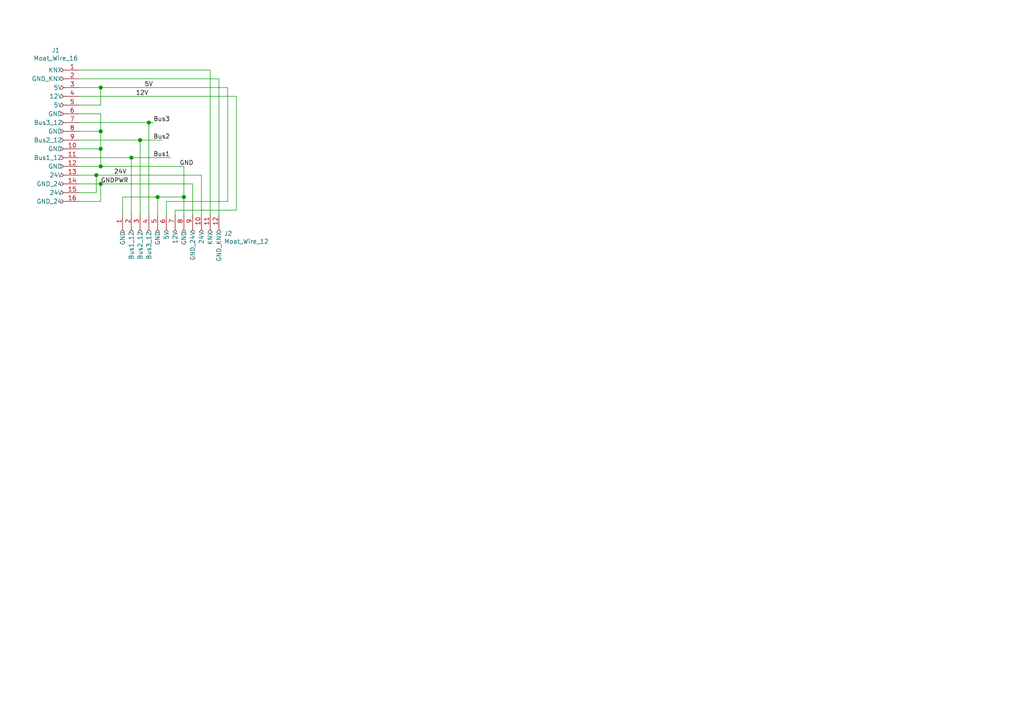
<source format=kicad_sch>
(kicad_sch (version 20211123) (generator eeschema)
  (paper "A4")
  (lib_symbols
    (symbol "local:Moat_Wire_12" (pin_names (offset 1.016))
      (property "Reference" "J" (at 0 20.32 0))
      (property "Value" "Moat_Wire_12" (at -3.81 -7.62 0))
      (symbol "Moat_Wire_12_1_1"
        (arc (start 0 -4.572) (mid -0.508 -5.08) (end 0 -5.588) (stroke (width 0.1524)))
        (arc (start 0 -2.032) (mid -0.508 -2.54) (end 0 -3.048) (stroke (width 0.1524)))
        (polyline (pts (xy -1.27 -5.08) (xy -0.508 -5.08)) (stroke (width 0.1524)))
        (polyline (pts (xy -1.27 -2.54) (xy -0.508 -2.54)) (stroke (width 0.1524)))
        (polyline (pts (xy -1.27 0) (xy -0.508 0)) (stroke (width 0.1524)))
        (polyline (pts (xy -1.27 2.54) (xy -0.508 2.54)) (stroke (width 0.1524)))
        (polyline (pts (xy -1.27 5.08) (xy -0.508 5.08)) (stroke (width 0.1524)))
        (polyline (pts (xy -1.27 7.62) (xy -0.508 7.62)) (stroke (width 0.1524)))
        (polyline (pts (xy -1.27 10.16) (xy -0.508 10.16)) (stroke (width 0.1524)))
        (polyline (pts (xy -1.27 12.7) (xy -0.508 12.7)) (stroke (width 0.1524)))
        (polyline (pts (xy -1.27 15.24) (xy -0.508 15.24)) (stroke (width 0.1524)))
        (polyline (pts (xy -1.27 17.78) (xy -0.508 17.78)) (stroke (width 0.1524)))
        (polyline (pts (xy -1.27 20.32) (xy -0.508 20.32)) (stroke (width 0.1524)))
        (polyline (pts (xy -1.27 22.86) (xy -0.508 22.86)) (stroke (width 0.1524)))
        (arc (start 0 0.508) (mid -0.508 0) (end 0 -0.508) (stroke (width 0.1524)))
        (arc (start 0 3.048) (mid -0.508 2.54) (end 0 2.032) (stroke (width 0.1524)))
        (arc (start 0 5.588) (mid -0.508 5.08) (end 0 4.572) (stroke (width 0.1524)))
        (arc (start 0 8.128) (mid -0.508 7.62) (end 0 7.112) (stroke (width 0.1524)))
        (arc (start 0 10.668) (mid -0.508 10.16) (end 0 9.652) (stroke (width 0.1524)))
        (arc (start 0 13.208) (mid -0.508 12.7) (end 0 12.192) (stroke (width 0.1524)))
        (arc (start 0 15.748) (mid -0.508 15.24) (end 0 14.732) (stroke (width 0.1524)))
        (arc (start 0 18.288) (mid -0.508 17.78) (end 0 17.272) (stroke (width 0.1524)))
        (arc (start 0 20.828) (mid -0.508 20.32) (end 0 19.812) (stroke (width 0.1524)))
        (arc (start 0 23.368) (mid -0.508 22.86) (end 0 22.352) (stroke (width 0.1524)))
        (pin power_out line (at -5.08 22.86 0) (length 3.81) (name "GND") (number "1"))
        (pin power_out line (at -5.08 0 0) (length 3.81) (name "24V") (number "10"))
        (pin power_out line (at -5.08 -2.54 0) (length 3.81) (name "KNX") (number "11"))
        (pin power_out line (at -5.08 -5.08 0) (length 3.81) (name "GND_KNX") (number "12"))
        (pin bidirectional line (at -5.08 20.32 0) (length 3.81) (name "Bus1_12") (number "2"))
        (pin bidirectional line (at -5.08 17.78 0) (length 3.81) (name "Bus2_12") (number "3"))
        (pin bidirectional line (at -5.08 15.24 0) (length 3.81) (name "Bus3_12") (number "4"))
        (pin power_out line (at -5.08 12.7 0) (length 3.81) (name "GND") (number "5"))
        (pin power_out line (at -5.08 10.16 0) (length 3.81) (name "5V") (number "6"))
        (pin power_out line (at -5.08 7.62 0) (length 3.81) (name "12V") (number "7"))
        (pin power_out line (at -5.08 5.08 0) (length 3.81) (name "GND") (number "8"))
        (pin power_out line (at -5.08 2.54 0) (length 3.81) (name "GND_24V") (number "9"))
      )
    )
    (symbol "local:Moat_Wire_16" (pin_names (offset 1.016))
      (property "Reference" "J" (at 0 20.32 0))
      (property "Value" "Moat_Wire_16" (at 0 -22.86 0))
      (symbol "Moat_Wire_16_1_1"
        (arc (start 0 -19.812) (mid -0.508 -20.32) (end 0 -20.828) (stroke (width 0.1524)))
        (arc (start 0 -17.272) (mid -0.508 -17.78) (end 0 -18.288) (stroke (width 0.1524)))
        (arc (start 0 -14.732) (mid -0.508 -15.24) (end 0 -15.748) (stroke (width 0.1524)))
        (arc (start 0 -12.192) (mid -0.508 -12.7) (end 0 -13.208) (stroke (width 0.1524)))
        (arc (start 0 -9.652) (mid -0.508 -10.16) (end 0 -10.668) (stroke (width 0.1524)))
        (arc (start 0 -7.112) (mid -0.508 -7.62) (end 0 -8.128) (stroke (width 0.1524)))
        (arc (start 0 -4.572) (mid -0.508 -5.08) (end 0 -5.588) (stroke (width 0.1524)))
        (arc (start 0 -2.032) (mid -0.508 -2.54) (end 0 -3.048) (stroke (width 0.1524)))
        (polyline (pts (xy -1.27 -20.32) (xy -0.508 -20.32)) (stroke (width 0.1524)))
        (polyline (pts (xy -1.27 -17.78) (xy -0.508 -17.78)) (stroke (width 0.1524)))
        (polyline (pts (xy -1.27 -15.24) (xy -0.508 -15.24)) (stroke (width 0.1524)))
        (polyline (pts (xy -1.27 -12.7) (xy -0.508 -12.7)) (stroke (width 0.1524)))
        (polyline (pts (xy -1.27 -10.16) (xy -0.508 -10.16)) (stroke (width 0.1524)))
        (polyline (pts (xy -1.27 -7.62) (xy -0.508 -7.62)) (stroke (width 0.1524)))
        (polyline (pts (xy -1.27 -5.08) (xy -0.508 -5.08)) (stroke (width 0.1524)))
        (polyline (pts (xy -1.27 -2.54) (xy -0.508 -2.54)) (stroke (width 0.1524)))
        (polyline (pts (xy -1.27 0) (xy -0.508 0)) (stroke (width 0.1524)))
        (polyline (pts (xy -1.27 2.54) (xy -0.508 2.54)) (stroke (width 0.1524)))
        (polyline (pts (xy -1.27 5.08) (xy -0.508 5.08)) (stroke (width 0.1524)))
        (polyline (pts (xy -1.27 7.62) (xy -0.508 7.62)) (stroke (width 0.1524)))
        (polyline (pts (xy -1.27 10.16) (xy -0.508 10.16)) (stroke (width 0.1524)))
        (polyline (pts (xy -1.27 12.7) (xy -0.508 12.7)) (stroke (width 0.1524)))
        (polyline (pts (xy -1.27 15.24) (xy -0.508 15.24)) (stroke (width 0.1524)))
        (polyline (pts (xy -1.27 17.78) (xy -0.508 17.78)) (stroke (width 0.1524)))
        (arc (start 0 0.508) (mid -0.508 0) (end 0 -0.508) (stroke (width 0.1524)))
        (arc (start 0 3.048) (mid -0.508 2.54) (end 0 2.032) (stroke (width 0.1524)))
        (arc (start 0 5.588) (mid -0.508 5.08) (end 0 4.572) (stroke (width 0.1524)))
        (arc (start 0 8.128) (mid -0.508 7.62) (end 0 7.112) (stroke (width 0.1524)))
        (arc (start 0 10.668) (mid -0.508 10.16) (end 0 9.652) (stroke (width 0.1524)))
        (arc (start 0 13.208) (mid -0.508 12.7) (end 0 12.192) (stroke (width 0.1524)))
        (arc (start 0 15.748) (mid -0.508 15.24) (end 0 14.732) (stroke (width 0.1524)))
        (arc (start 0 18.288) (mid -0.508 17.78) (end 0 17.272) (stroke (width 0.1524)))
        (pin passive line (at -5.08 17.78 0) (length 3.81) (name "KNX") (number "1"))
        (pin power_in line (at -5.08 -5.08 0) (length 3.81) (name "GND") (number "10"))
        (pin bidirectional line (at -5.08 -7.62 0) (length 3.81) (name "Bus1_12") (number "11"))
        (pin bidirectional line (at -5.08 -10.16 0) (length 3.81) (name "GND") (number "12"))
        (pin power_in line (at -5.08 -12.7 0) (length 3.81) (name "24V") (number "13"))
        (pin power_in line (at -5.08 -15.24 0) (length 3.81) (name "GND_24") (number "14"))
        (pin power_in line (at -5.08 -17.78 0) (length 3.81) (name "24V") (number "15"))
        (pin power_in line (at -5.08 -20.32 0) (length 3.81) (name "GND_24") (number "16"))
        (pin power_in line (at -5.08 15.24 0) (length 3.81) (name "GND_KNX") (number "2"))
        (pin power_in line (at -5.08 12.7 0) (length 3.81) (name "5V") (number "3"))
        (pin power_in line (at -5.08 10.16 0) (length 3.81) (name "12V") (number "4"))
        (pin power_in line (at -5.08 7.62 0) (length 3.81) (name "5V") (number "5"))
        (pin power_in line (at -5.08 5.08 0) (length 3.81) (name "GND") (number "6"))
        (pin bidirectional line (at -5.08 2.54 0) (length 3.81) (name "Bus3_12") (number "7"))
        (pin power_in line (at -5.08 0 0) (length 3.81) (name "GND") (number "8"))
        (pin bidirectional line (at -5.08 -2.54 0) (length 3.81) (name "Bus2_12") (number "9"))
      )
    )
  )
  (junction (at 45.72 57.15) (diameter 1.016))
  (junction (at 29.21 43.18) (diameter 1.016))
  (junction (at 27.94 50.8) (diameter 1.016))
  (junction (at 29.21 38.1) (diameter 1.016))
  (junction (at 53.34 57.15) (diameter 1.016))
  (junction (at 40.64 40.64) (diameter 1.016))
  (junction (at 29.21 25.4) (diameter 1.016))
  (junction (at 38.1 45.72) (diameter 1.016))
  (junction (at 43.18 35.56) (diameter 1.016))
  (junction (at 29.21 53.34) (diameter 1.016))
  (junction (at 29.21 48.26) (diameter 1.016))
  (wire (pts (xy 29.21 25.4) (xy 66.04 25.4)))
  (wire (pts (xy 38.1 45.72) (xy 22.86 45.72)))
  (wire (pts (xy 22.86 53.34) (xy 29.21 53.34)))
  (wire (pts (xy 29.21 48.26) (xy 29.21 43.18)))
  (wire (pts (xy 22.86 43.18) (xy 29.21 43.18)))
  (wire (pts (xy 22.86 55.88) (xy 27.94 55.88)))
  (wire (pts (xy 40.64 40.64) (xy 40.64 62.23)))
  (wire (pts (xy 35.56 57.15) (xy 45.72 57.15)))
  (wire (pts (xy 46.99 40.64) (xy 40.64 40.64)))
  (wire (pts (xy 29.21 48.26) (xy 53.34 48.26)))
  (wire (pts (xy 29.21 58.42) (xy 29.21 53.34)))
  (wire (pts (xy 68.58 60.96) (xy 50.8 60.96)))
  (wire (pts (xy 48.26 62.23) (xy 48.26 58.42)))
  (wire (pts (xy 53.34 62.23) (xy 53.34 57.15)))
  (wire (pts (xy 45.72 62.23) (xy 45.72 57.15)))
  (wire (pts (xy 38.1 62.23) (xy 38.1 45.72)))
  (wire (pts (xy 44.45 35.56) (xy 43.18 35.56)))
  (wire (pts (xy 35.56 62.23) (xy 35.56 57.15)))
  (wire (pts (xy 22.86 20.32) (xy 60.96 20.32)))
  (wire (pts (xy 29.21 30.48) (xy 22.86 30.48)))
  (wire (pts (xy 49.53 45.72) (xy 38.1 45.72)))
  (wire (pts (xy 22.86 22.86) (xy 63.5 22.86)))
  (wire (pts (xy 43.18 35.56) (xy 43.18 62.23)))
  (wire (pts (xy 22.86 27.94) (xy 68.58 27.94)))
  (wire (pts (xy 22.86 38.1) (xy 29.21 38.1)))
  (wire (pts (xy 50.8 60.96) (xy 50.8 62.23)))
  (wire (pts (xy 29.21 53.34) (xy 55.88 53.34)))
  (wire (pts (xy 22.86 48.26) (xy 29.21 48.26)))
  (wire (pts (xy 22.86 25.4) (xy 29.21 25.4)))
  (wire (pts (xy 66.04 58.42) (xy 66.04 25.4)))
  (wire (pts (xy 29.21 33.02) (xy 22.86 33.02)))
  (wire (pts (xy 27.94 55.88) (xy 27.94 50.8)))
  (wire (pts (xy 48.26 58.42) (xy 66.04 58.42)))
  (wire (pts (xy 27.94 50.8) (xy 22.86 50.8)))
  (wire (pts (xy 45.72 57.15) (xy 53.34 57.15)))
  (wire (pts (xy 27.94 50.8) (xy 58.42 50.8)))
  (wire (pts (xy 60.96 20.32) (xy 60.96 62.23)))
  (wire (pts (xy 58.42 62.23) (xy 58.42 50.8)))
  (wire (pts (xy 22.86 58.42) (xy 29.21 58.42)))
  (wire (pts (xy 29.21 43.18) (xy 29.21 38.1)))
  (wire (pts (xy 29.21 38.1) (xy 29.21 33.02)))
  (wire (pts (xy 29.21 25.4) (xy 29.21 30.48)))
  (wire (pts (xy 40.64 40.64) (xy 22.86 40.64)))
  (wire (pts (xy 68.58 27.94) (xy 68.58 60.96)))
  (wire (pts (xy 63.5 22.86) (xy 63.5 62.23)))
  (wire (pts (xy 43.18 35.56) (xy 22.86 35.56)))
  (wire (pts (xy 53.34 57.15) (xy 53.34 48.26)))
  (wire (pts (xy 55.88 53.34) (xy 55.88 62.23)))
  (label "GND" (at 52.07 48.26 0))
  (label "Bus1" (at 44.45 45.72 0))
  (label "5V" (at 41.91 25.4 0))
  (label "12V" (at 39.37 27.94 0))
  (label "Bus2" (at 44.45 40.64 0))
  (label "Bus3" (at 44.45 35.56 0))
  (label "24V" (at 33.02 50.8 0))
  (label "GNDPWR" (at 29.21 53.34 0))
  (symbol (lib_id "local:Moat_Wire_16") (at 17.78 38.1 0) (mirror y) (unit 1)
    (property "Reference" "J1" (at 16.1798 14.605 0))
    (property "Value" "Moat_Wire_16" (at 16.1798 16.9164 0))
    (property "Footprint" "localstuff:Moat_16_2side" (effects hide))
    (property "Digikey" "478-6173-1-ND *2" (effects hide))
  )
  (symbol (lib_id "local:Moat_Wire_12") (at 58.42 67.31 90) (mirror x) (unit 1)
    (property "Reference" "J2" (at 64.9732 67.7164 90) (effects (justify right)))
    (property "Value" "Moat_Wire_12" (at 64.9732 70.0278 90) (effects (justify right)))
    (property "Footprint" "localstuff:Moat8-Solder" (effects hide))
  )
)
</source>
